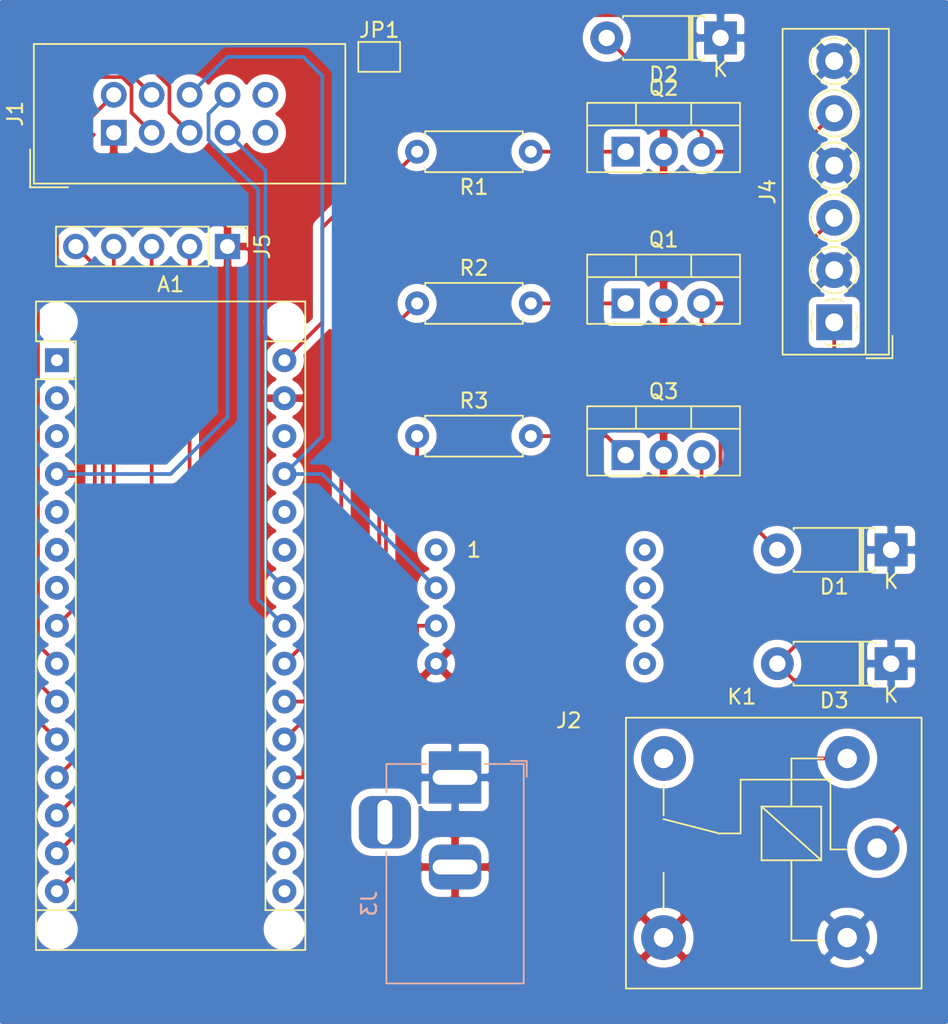
<source format=kicad_pcb>
(kicad_pcb (version 20171130) (host pcbnew "(5.1.2)-2")
  (layers (0 F.Cu signal) (31 B.Cu signal) (34 B.Paste user) (35 F.Paste user) (36 B.SilkS user) (37 F.SilkS user) (38 B.Mask user) (39 F.Mask user) (44 Edge.Cuts user))
  (net 0 "")
  (net 1 "Net-(A1-Pad16)")
  (net 2 "Net-(A1-Pad15)")
  (net 3 "Net-(A1-Pad30)")
  (net 4 "Net-(A1-Pad14)")
  (net 5 GND)
  (net 6 "Net-(A1-Pad13)")
  (net 7 "Net-(A1-Pad28)")
  (net 8 "Net-(A1-Pad12)")
  (net 9 "Net-(A1-Pad27)")
  (net 10 "Net-(A1-Pad11)")
  (net 11 "Net-(A1-Pad26)")
  (net 12 "Net-(A1-Pad10)")
  (net 13 "Net-(A1-Pad25)")
  (net 14 "Net-(A1-Pad9)")
  (net 15 /SCL)
  (net 16 "Net-(A1-Pad8)")
  (net 17 "Net-(A1-Pad23)")
  (net 18 "Net-(A1-Pad7)")
  (net 19 "Net-(A1-Pad22)")
  (net 20 "Net-(A1-Pad6)")
  (net 21 "Net-(A1-Pad21)")
  (net 22 "Net-(A1-Pad5)")
  (net 23 "Net-(A1-Pad20)")
  (net 24 "Net-(A1-Pad19)")
  (net 25 "Net-(A1-Pad3)")
  (net 26 "Net-(A1-Pad18)")
  (net 27 "Net-(A1-Pad2)")
  (net 28 "Net-(A1-Pad17)")
  (net 29 "Net-(A1-Pad1)")
  (net 30 "Net-(D1-Pad2)")
  (net 31 +12V)
  (net 32 "Net-(D2-Pad2)")
  (net 33 "Net-(D3-Pad2)")
  (net 34 "Net-(J1-Pad10)")
  (net 35 "Net-(J1-Pad9)")
  (net 36 "Net-(J2-Pad8)")
  (net 37 "Net-(J2-Pad7)")
  (net 38 "Net-(J2-Pad6)")
  (net 39 "Net-(J2-Pad5)")
  (net 40 "Net-(J2-Pad1)")
  (net 41 "Net-(Q1-Pad1)")
  (net 42 "Net-(Q2-Pad1)")
  (net 43 "Net-(Q3-Pad1)")
  (net 44 "Net-(K1-Pad5)")
  (net 45 "Net-(K1-Pad4)")
  (module pneumatic:pressure_sensor (layer F.Cu) (at 144.78 78.74)
    (fp_text reference J2 (at -2.54 6.35) (layer F.SilkS))
    (fp_text value Pressure_Sensor)
    (fp_text user 1 (at -8.89 -5.08) (layer F.SilkS))
    (pad 8 thru_hole circle (at 2.54 2.54) (size 1.524 1.524) (drill 0.762) (layers *.Cu *.Mask) (net 36 "Net-(J2-Pad8)"))
    (pad 4 thru_hole circle (at -11.43 2.54) (size 1.524 1.524) (drill 0.762) (layers *.Cu *.Mask) (net 5 GND))
    (pad 7 thru_hole circle (at 2.54 0) (size 1.524 1.524) (drill 0.762) (layers *.Cu *.Mask) (net 37 "Net-(J2-Pad7)"))
    (pad 3 thru_hole circle (at -11.43 0) (size 1.524 1.524) (drill 0.762) (layers *.Cu *.Mask) (net 24 "Net-(A1-Pad19)"))
    (pad 6 thru_hole circle (at 2.54 -2.54) (size 1.524 1.524) (drill 0.762) (layers *.Cu *.Mask) (net 38 "Net-(J2-Pad6)"))
    (pad 2 thru_hole circle (at -11.43 -2.54) (size 1.524 1.524) (drill 0.762) (layers *.Cu *.Mask) (net 9 "Net-(A1-Pad27)"))
    (pad 5 thru_hole circle (at 2.54 -5.08) (size 1.524 1.524) (drill 0.762) (layers *.Cu *.Mask) (net 39 "Net-(J2-Pad5)"))
    (pad 1 thru_hole circle (at -11.43 -5.08) (size 1.524 1.524) (drill 0.762) (layers *.Cu *.Mask) (net 40 "Net-(J2-Pad1)"))
  )
  (module Module:Arduino_Nano_WithMountingHoles (layer F.Cu) (at 107.95 60.96)
    (fp_text reference A1 (at 7.62 -5.08) (layer F.SilkS))
    (fp_text value Arduino_Nano)
    (fp_line (start 16.64 -3.94) (end -1.4 -3.94) (layer F.SilkS) (width 0.12))
    (fp_line (start 16.64 39.5) (end 16.64 -3.94) (layer F.SilkS) (width 0.12))
    (fp_line (start -1.4 39.5) (end 16.64 39.5) (layer F.SilkS) (width 0.12))
    (fp_line (start 1.27 36.83) (end -1.4 36.83) (layer F.SilkS) (width 0.12))
    (fp_line (start 1.27 1.27) (end 1.27 36.83) (layer F.SilkS) (width 0.12))
    (fp_line (start 1.27 1.27) (end -1.4 1.27) (layer F.SilkS) (width 0.12))
    (fp_line (start 13.97 36.83) (end 16.64 36.83) (layer F.SilkS) (width 0.12))
    (fp_line (start 13.97 -1.27) (end 13.97 36.83) (layer F.SilkS) (width 0.12))
    (fp_line (start 13.97 -1.27) (end 16.64 -1.27) (layer F.SilkS) (width 0.12))
    (fp_line (start -1.4 -3.94) (end -1.4 -1.27) (layer F.SilkS) (width 0.12))
    (fp_line (start -1.4 1.27) (end -1.4 39.5) (layer F.SilkS) (width 0.12))
    (fp_line (start 1.27 -1.27) (end -1.4 -1.27) (layer F.SilkS) (width 0.12))
    (fp_line (start 1.27 1.27) (end 1.27 -1.27) (layer F.SilkS) (width 0.12))
    (pad "" np_thru_hole circle (at 0 38.1) (size 1.78 1.78) (drill 1.78) (layers *.Cu *.Mask))
    (pad "" np_thru_hole circle (at 15.24 38.1) (size 1.78 1.78) (drill 1.78) (layers *.Cu *.Mask))
    (pad "" np_thru_hole circle (at 15.24 -2.54) (size 1.78 1.78) (drill 1.78) (layers *.Cu *.Mask))
    (pad "" np_thru_hole circle (at 0 -2.54) (size 1.78 1.78) (drill 1.78) (layers *.Cu *.Mask))
    (pad 16 thru_hole oval (at 15.24 35.56) (size 1.6 1.6) (drill 0.8) (layers *.Cu *.Mask) (net 1 "Net-(A1-Pad16)"))
    (pad 15 thru_hole oval (at 0 35.56) (size 1.6 1.6) (drill 0.8) (layers *.Cu *.Mask) (net 2 "Net-(A1-Pad15)"))
    (pad 30 thru_hole oval (at 15.24 0) (size 1.6 1.6) (drill 0.8) (layers *.Cu *.Mask) (net 3 "Net-(A1-Pad30)"))
    (pad 14 thru_hole oval (at 0 33.02) (size 1.6 1.6) (drill 0.8) (layers *.Cu *.Mask) (net 4 "Net-(A1-Pad14)"))
    (pad 29 thru_hole oval (at 15.24 2.54) (size 1.6 1.6) (drill 0.8) (layers *.Cu *.Mask) (net 5 GND))
    (pad 13 thru_hole oval (at 0 30.48) (size 1.6 1.6) (drill 0.8) (layers *.Cu *.Mask) (net 6 "Net-(A1-Pad13)"))
    (pad 28 thru_hole oval (at 15.24 5.08) (size 1.6 1.6) (drill 0.8) (layers *.Cu *.Mask) (net 7 "Net-(A1-Pad28)"))
    (pad 12 thru_hole oval (at 0 27.94) (size 1.6 1.6) (drill 0.8) (layers *.Cu *.Mask) (net 8 "Net-(A1-Pad12)"))
    (pad 27 thru_hole oval (at 15.24 7.62) (size 1.6 1.6) (drill 0.8) (layers *.Cu *.Mask) (net 9 "Net-(A1-Pad27)"))
    (pad 11 thru_hole oval (at 0 25.4) (size 1.6 1.6) (drill 0.8) (layers *.Cu *.Mask) (net 10 "Net-(A1-Pad11)"))
    (pad 26 thru_hole oval (at 15.24 10.16) (size 1.6 1.6) (drill 0.8) (layers *.Cu *.Mask) (net 11 "Net-(A1-Pad26)"))
    (pad 10 thru_hole oval (at 0 22.86) (size 1.6 1.6) (drill 0.8) (layers *.Cu *.Mask) (net 12 "Net-(A1-Pad10)"))
    (pad 25 thru_hole oval (at 15.24 12.7) (size 1.6 1.6) (drill 0.8) (layers *.Cu *.Mask) (net 13 "Net-(A1-Pad25)"))
    (pad 9 thru_hole oval (at 0 20.32) (size 1.6 1.6) (drill 0.8) (layers *.Cu *.Mask) (net 14 "Net-(A1-Pad9)"))
    (pad 24 thru_hole oval (at 15.24 15.24) (size 1.6 1.6) (drill 0.8) (layers *.Cu *.Mask) (net 15 /SCL))
    (pad 8 thru_hole oval (at 0 17.78) (size 1.6 1.6) (drill 0.8) (layers *.Cu *.Mask) (net 16 "Net-(A1-Pad8)"))
    (pad 23 thru_hole oval (at 15.24 17.78) (size 1.6 1.6) (drill 0.8) (layers *.Cu *.Mask) (net 17 "Net-(A1-Pad23)"))
    (pad 7 thru_hole oval (at 0 15.24) (size 1.6 1.6) (drill 0.8) (layers *.Cu *.Mask) (net 18 "Net-(A1-Pad7)"))
    (pad 22 thru_hole oval (at 15.24 20.32) (size 1.6 1.6) (drill 0.8) (layers *.Cu *.Mask) (net 19 "Net-(A1-Pad22)"))
    (pad 6 thru_hole oval (at 0 12.7) (size 1.6 1.6) (drill 0.8) (layers *.Cu *.Mask) (net 20 "Net-(A1-Pad6)"))
    (pad 21 thru_hole oval (at 15.24 22.86) (size 1.6 1.6) (drill 0.8) (layers *.Cu *.Mask) (net 21 "Net-(A1-Pad21)"))
    (pad 5 thru_hole oval (at 0 10.16) (size 1.6 1.6) (drill 0.8) (layers *.Cu *.Mask) (net 22 "Net-(A1-Pad5)"))
    (pad 20 thru_hole oval (at 15.24 25.4) (size 1.6 1.6) (drill 0.8) (layers *.Cu *.Mask) (net 23 "Net-(A1-Pad20)"))
    (pad 4 thru_hole oval (at 0 7.62) (size 1.6 1.6) (drill 0.8) (layers *.Cu *.Mask) (net 5 GND))
    (pad 19 thru_hole oval (at 15.24 27.94) (size 1.6 1.6) (drill 0.8) (layers *.Cu *.Mask) (net 24 "Net-(A1-Pad19)"))
    (pad 3 thru_hole oval (at 0 5.08) (size 1.6 1.6) (drill 0.8) (layers *.Cu *.Mask) (net 25 "Net-(A1-Pad3)"))
    (pad 18 thru_hole oval (at 15.24 30.48) (size 1.6 1.6) (drill 0.8) (layers *.Cu *.Mask) (net 26 "Net-(A1-Pad18)"))
    (pad 2 thru_hole oval (at 0 2.54) (size 1.6 1.6) (drill 0.8) (layers *.Cu *.Mask) (net 27 "Net-(A1-Pad2)"))
    (pad 17 thru_hole oval (at 15.24 33.02) (size 1.6 1.6) (drill 0.8) (layers *.Cu *.Mask) (net 28 "Net-(A1-Pad17)"))
    (pad 1 thru_hole rect (at 0 0) (size 1.6 1.6) (drill 0.8) (layers *.Cu *.Mask) (net 29 "Net-(A1-Pad1)"))
  )
  (module Connector_PinHeader_2.54mm:PinHeader_1x05_P2.54mm_Vertical (layer F.Cu) (at 119.38 53.34 270)
    (fp_text reference J5 (at 0 -2.33 90) (layer F.SilkS))
    (fp_text value Conn_printer)
    (fp_line (start -1.33 -1.33) (end 0 -1.33) (layer F.SilkS) (width 0.12))
    (fp_line (start -1.33 0) (end -1.33 -1.33) (layer F.SilkS) (width 0.12))
    (fp_line (start -1.33 1.27) (end 1.33 1.27) (layer F.SilkS) (width 0.12))
    (fp_line (start 1.33 1.27) (end 1.33 11.49) (layer F.SilkS) (width 0.12))
    (fp_line (start -1.33 1.27) (end -1.33 11.49) (layer F.SilkS) (width 0.12))
    (fp_line (start -1.33 11.49) (end 1.33 11.49) (layer F.SilkS) (width 0.12))
    (pad 5 thru_hole oval (at 0 10.16 270) (size 1.7 1.7) (drill 1) (layers *.Cu *.Mask) (net 8 "Net-(A1-Pad12)"))
    (pad 4 thru_hole oval (at 0 7.62 270) (size 1.7 1.7) (drill 1) (layers *.Cu *.Mask) (net 6 "Net-(A1-Pad13)"))
    (pad 3 thru_hole oval (at 0 5.08 270) (size 1.7 1.7) (drill 1) (layers *.Cu *.Mask) (net 4 "Net-(A1-Pad14)"))
    (pad 2 thru_hole oval (at 0 2.54 270) (size 1.7 1.7) (drill 1) (layers *.Cu *.Mask) (net 2 "Net-(A1-Pad15)"))
    (pad 1 thru_hole rect (at 0 0 270) (size 1.7 1.7) (drill 1) (layers *.Cu *.Mask) (net 5 GND))
  )
  (module TerminalBlock_4Ucon:TerminalBlock_4Ucon_1x06_P3.50mm_Horizontal (layer F.Cu) (at 160.02 58.42 90)
    (fp_text reference J4 (at 8.75 -4.46 90) (layer F.SilkS))
    (fp_text value Screw_Terminal_01x06)
    (fp_line (start -2.4 3.9) (end -0.9 3.9) (layer F.SilkS) (width 0.12))
    (fp_line (start -2.4 2.16) (end -2.4 3.9) (layer F.SilkS) (width 0.12))
    (fp_line (start 19.66 -3.46) (end 19.66 3.66) (layer F.SilkS) (width 0.12))
    (fp_line (start -2.16 -3.46) (end -2.16 3.66) (layer F.SilkS) (width 0.12))
    (fp_line (start -2.16 3.66) (end 19.66 3.66) (layer F.SilkS) (width 0.12))
    (fp_line (start -2.16 -3.46) (end 19.66 -3.46) (layer F.SilkS) (width 0.12))
    (fp_line (start -2.16 2.1) (end 19.66 2.1) (layer F.SilkS) (width 0.12))
    (fp_circle (center 17.5 0) (end 19.055 0) (layer F.SilkS) (width 0.12))
    (fp_circle (center 14 0) (end 15.555 0) (layer F.SilkS) (width 0.12))
    (fp_circle (center 10.5 0) (end 12.055 0) (layer F.SilkS) (width 0.12))
    (fp_circle (center 7 0) (end 8.555 0) (layer F.SilkS) (width 0.12))
    (fp_circle (center 3.5 0) (end 5.055 0) (layer F.SilkS) (width 0.12))
    (fp_arc (start 0 0) (end -0.608 1.432) (angle -24) (layer F.SilkS) (width 0.12))
    (fp_arc (start 0 0) (end -1.432 -0.608) (angle -46) (layer F.SilkS) (width 0.12))
    (fp_arc (start 0 0) (end 0.608 -1.432) (angle -46) (layer F.SilkS) (width 0.12))
    (fp_arc (start 0 0) (end 1.432 0.608) (angle -46) (layer F.SilkS) (width 0.12))
    (fp_arc (start 0 0) (end 0 1.555) (angle -23) (layer F.SilkS) (width 0.12))
    (pad 6 thru_hole circle (at 17.5 0 90) (size 2.4 2.4) (drill 1.2) (layers *.Cu *.Mask) (net 31 +12V))
    (pad 5 thru_hole circle (at 14 0 90) (size 2.4 2.4) (drill 1.2) (layers *.Cu *.Mask) (net 32 "Net-(D2-Pad2)"))
    (pad 4 thru_hole circle (at 10.5 0 90) (size 2.4 2.4) (drill 1.2) (layers *.Cu *.Mask) (net 31 +12V))
    (pad 3 thru_hole circle (at 7 0 90) (size 2.4 2.4) (drill 1.2) (layers *.Cu *.Mask) (net 30 "Net-(D1-Pad2)"))
    (pad 2 thru_hole circle (at 3.5 0 90) (size 2.4 2.4) (drill 1.2) (layers *.Cu *.Mask) (net 31 +12V))
    (pad 1 thru_hole rect (at 0 0 90) (size 2.4 2.4) (drill 1.2) (layers *.Cu *.Mask) (net 33 "Net-(D3-Pad2)"))
  )
  (module pneumatic:Relay_SUN_HOLD_RAS_series (layer F.Cu) (at 148.59 87.63)
    (fp_text reference K1 (at 5.24 -4.13 180) (layer F.SilkS))
    (fp_text value Relay)
    (fp_line (start 3.57 4.98) (end 0 4.064) (layer F.SilkS) (width 0.12))
    (fp_line (start 0 10.16) (end 0 7.66) (layer F.SilkS) (width 0.12))
    (fp_line (start 6.56 3.22) (end 10.56 3.22) (layer F.SilkS) (width 0.12))
    (fp_line (start 6.56 6.82) (end 6.56 3.22) (layer F.SilkS) (width 0.12))
    (fp_line (start 10.56 6.82) (end 6.56 6.82) (layer F.SilkS) (width 0.12))
    (fp_line (start 10.56 3.22) (end 10.56 6.82) (layer F.SilkS) (width 0.12))
    (fp_line (start 6.56 3.22) (end 10.56 6.82) (layer F.SilkS) (width 0.12))
    (fp_line (start 8.56 3.22) (end 8.56 0) (layer F.SilkS) (width 0.12))
    (fp_line (start 8.56 12.192) (end 8.56 6.82) (layer F.SilkS) (width 0.12))
    (fp_line (start 11.176 6.096) (end 11.176 1.42) (layer F.SilkS) (width 0.12))
    (fp_line (start 5.16 5.02) (end 5.16 1.42) (layer F.SilkS) (width 0.12))
    (fp_line (start 5.16 1.42) (end 11.176 1.42) (layer F.SilkS) (width 0.12))
    (fp_line (start 5.16 5.02) (end 3.66 5.02) (layer F.SilkS) (width 0.12))
    (fp_line (start 8.56 12.192) (end 10.668 12.192) (layer F.SilkS) (width 0.12))
    (fp_line (start 11.176 6.096) (end 12.23 6.096) (layer F.SilkS) (width 0.12))
    (fp_line (start 10.668 0) (end 8.56 0) (layer F.SilkS) (width 0.12))
    (fp_line (start 0 3.81) (end 0 1.778) (layer F.SilkS) (width 0.12))
    (fp_line (start -2.52 -2.73) (end 17.28 -2.73) (layer F.SilkS) (width 0.12))
    (fp_line (start -2.52 15.41) (end -2.52 -2.73) (layer F.SilkS) (width 0.12))
    (fp_line (start 17.28 15.41) (end -2.52 15.41) (layer F.SilkS) (width 0.12))
    (fp_line (start 17.28 15.41) (end 17.28 3.87) (layer F.SilkS) (width 0.12))
    (fp_line (start 17.28 3.87) (end 17.28 -2.73) (layer F.SilkS) (width 0.12))
    (pad 2 thru_hole circle (at 12.3 12 270) (size 3 3) (drill 1.3) (layers *.Cu *.Mask) (net 31 +12V))
    (pad 5 thru_hole circle (at 12.3 0 270) (size 3 3) (drill 1.3) (layers *.Cu *.Mask) (net 44 "Net-(K1-Pad5)"))
    (pad 3 thru_hole circle (at 0 12 270) (size 3 3) (drill 1.3) (layers *.Cu *.Mask) (net 5 GND))
    (pad 1 thru_hole circle (at 14.3 6 270) (size 3 3) (drill 1.3) (layers *.Cu *.Mask) (net 33 "Net-(D3-Pad2)"))
    (pad 4 thru_hole circle (at 0 0 270) (size 3 3) (drill 1.3) (layers *.Cu *.Mask) (net 45 "Net-(K1-Pad4)"))
  )
  (module Package_TO_SOT_THT:TO-220-3_Vertical (layer F.Cu) (at 146.05 67.31)
    (fp_text reference Q3 (at 2.54 -4.27) (layer F.SilkS))
    (fp_text value TIP120)
    (fp_line (start 4.391 -3.27) (end 4.391 -1.76) (layer F.SilkS) (width 0.12))
    (fp_line (start 0.69 -3.27) (end 0.69 -1.76) (layer F.SilkS) (width 0.12))
    (fp_line (start -2.58 -1.76) (end 7.66 -1.76) (layer F.SilkS) (width 0.12))
    (fp_line (start 7.66 -3.27) (end 7.66 1.371) (layer F.SilkS) (width 0.12))
    (fp_line (start -2.58 -3.27) (end -2.58 1.371) (layer F.SilkS) (width 0.12))
    (fp_line (start -2.58 1.371) (end 7.66 1.371) (layer F.SilkS) (width 0.12))
    (fp_line (start -2.58 -3.27) (end 7.66 -3.27) (layer F.SilkS) (width 0.12))
    (pad 3 thru_hole oval (at 5.08 0) (size 1.905 2) (drill 1.1) (layers *.Cu *.Mask) (net 44 "Net-(K1-Pad5)"))
    (pad 2 thru_hole oval (at 2.54 0) (size 1.905 2) (drill 1.1) (layers *.Cu *.Mask) (net 5 GND))
    (pad 1 thru_hole rect (at 0 0) (size 1.905 2) (drill 1.1) (layers *.Cu *.Mask) (net 43 "Net-(Q3-Pad1)"))
  )
  (module Package_TO_SOT_THT:TO-220-3_Vertical (layer F.Cu) (at 146.05 46.99)
    (fp_text reference Q2 (at 2.54 -4.27) (layer F.SilkS))
    (fp_text value TIP120)
    (fp_line (start 4.391 -3.27) (end 4.391 -1.76) (layer F.SilkS) (width 0.12))
    (fp_line (start 0.69 -3.27) (end 0.69 -1.76) (layer F.SilkS) (width 0.12))
    (fp_line (start -2.58 -1.76) (end 7.66 -1.76) (layer F.SilkS) (width 0.12))
    (fp_line (start 7.66 -3.27) (end 7.66 1.371) (layer F.SilkS) (width 0.12))
    (fp_line (start -2.58 -3.27) (end -2.58 1.371) (layer F.SilkS) (width 0.12))
    (fp_line (start -2.58 1.371) (end 7.66 1.371) (layer F.SilkS) (width 0.12))
    (fp_line (start -2.58 -3.27) (end 7.66 -3.27) (layer F.SilkS) (width 0.12))
    (pad 3 thru_hole oval (at 5.08 0) (size 1.905 2) (drill 1.1) (layers *.Cu *.Mask) (net 32 "Net-(D2-Pad2)"))
    (pad 2 thru_hole oval (at 2.54 0) (size 1.905 2) (drill 1.1) (layers *.Cu *.Mask) (net 5 GND))
    (pad 1 thru_hole rect (at 0 0) (size 1.905 2) (drill 1.1) (layers *.Cu *.Mask) (net 42 "Net-(Q2-Pad1)"))
  )
  (module Package_TO_SOT_THT:TO-220-3_Vertical (layer F.Cu) (at 146.05 57.15)
    (fp_text reference Q1 (at 2.54 -4.27) (layer F.SilkS))
    (fp_text value TIP120)
    (fp_line (start 4.391 -3.27) (end 4.391 -1.76) (layer F.SilkS) (width 0.12))
    (fp_line (start 0.69 -3.27) (end 0.69 -1.76) (layer F.SilkS) (width 0.12))
    (fp_line (start -2.58 -1.76) (end 7.66 -1.76) (layer F.SilkS) (width 0.12))
    (fp_line (start 7.66 -3.27) (end 7.66 1.371) (layer F.SilkS) (width 0.12))
    (fp_line (start -2.58 -3.27) (end -2.58 1.371) (layer F.SilkS) (width 0.12))
    (fp_line (start -2.58 1.371) (end 7.66 1.371) (layer F.SilkS) (width 0.12))
    (fp_line (start -2.58 -3.27) (end 7.66 -3.27) (layer F.SilkS) (width 0.12))
    (pad 3 thru_hole oval (at 5.08 0) (size 1.905 2) (drill 1.1) (layers *.Cu *.Mask) (net 30 "Net-(D1-Pad2)"))
    (pad 2 thru_hole oval (at 2.54 0) (size 1.905 2) (drill 1.1) (layers *.Cu *.Mask) (net 5 GND))
    (pad 1 thru_hole rect (at 0 0) (size 1.905 2) (drill 1.1) (layers *.Cu *.Mask) (net 41 "Net-(Q1-Pad1)"))
  )
  (module Resistor_THT:R_Axial_DIN0207_L6.3mm_D2.5mm_P7.62mm_Horizontal (layer F.Cu) (at 132.08 66.04)
    (fp_text reference R3 (at 3.81 -2.37) (layer F.SilkS))
    (fp_text value 2.2k)
    (fp_line (start 7.08 1.37) (end 7.08 1.04) (layer F.SilkS) (width 0.12))
    (fp_line (start 0.54 1.37) (end 7.08 1.37) (layer F.SilkS) (width 0.12))
    (fp_line (start 0.54 1.04) (end 0.54 1.37) (layer F.SilkS) (width 0.12))
    (fp_line (start 7.08 -1.37) (end 7.08 -1.04) (layer F.SilkS) (width 0.12))
    (fp_line (start 0.54 -1.37) (end 7.08 -1.37) (layer F.SilkS) (width 0.12))
    (fp_line (start 0.54 -1.04) (end 0.54 -1.37) (layer F.SilkS) (width 0.12))
    (pad 2 thru_hole oval (at 7.62 0) (size 1.6 1.6) (drill 0.8) (layers *.Cu *.Mask) (net 43 "Net-(Q3-Pad1)"))
    (pad 1 thru_hole circle (at 0 0) (size 1.6 1.6) (drill 0.8) (layers *.Cu *.Mask) (net 23 "Net-(A1-Pad20)"))
  )
  (module Resistor_THT:R_Axial_DIN0207_L6.3mm_D2.5mm_P7.62mm_Horizontal (layer F.Cu) (at 132.08 57.15)
    (fp_text reference R2 (at 3.81 -2.37) (layer F.SilkS))
    (fp_text value 2.2k)
    (fp_line (start 7.08 1.37) (end 7.08 1.04) (layer F.SilkS) (width 0.12))
    (fp_line (start 0.54 1.37) (end 7.08 1.37) (layer F.SilkS) (width 0.12))
    (fp_line (start 0.54 1.04) (end 0.54 1.37) (layer F.SilkS) (width 0.12))
    (fp_line (start 7.08 -1.37) (end 7.08 -1.04) (layer F.SilkS) (width 0.12))
    (fp_line (start 0.54 -1.37) (end 7.08 -1.37) (layer F.SilkS) (width 0.12))
    (fp_line (start 0.54 -1.04) (end 0.54 -1.37) (layer F.SilkS) (width 0.12))
    (pad 2 thru_hole oval (at 7.62 0) (size 1.6 1.6) (drill 0.8) (layers *.Cu *.Mask) (net 41 "Net-(Q1-Pad1)"))
    (pad 1 thru_hole circle (at 0 0) (size 1.6 1.6) (drill 0.8) (layers *.Cu *.Mask) (net 21 "Net-(A1-Pad21)"))
  )
  (module Resistor_THT:R_Axial_DIN0207_L6.3mm_D2.5mm_P7.62mm_Horizontal (layer F.Cu) (at 139.7 46.99 180)
    (fp_text reference R1 (at 3.81 -2.37) (layer F.SilkS))
    (fp_text value 2.2k)
    (fp_line (start 7.08 1.37) (end 7.08 1.04) (layer F.SilkS) (width 0.12))
    (fp_line (start 0.54 1.37) (end 7.08 1.37) (layer F.SilkS) (width 0.12))
    (fp_line (start 0.54 1.04) (end 0.54 1.37) (layer F.SilkS) (width 0.12))
    (fp_line (start 7.08 -1.37) (end 7.08 -1.04) (layer F.SilkS) (width 0.12))
    (fp_line (start 0.54 -1.37) (end 7.08 -1.37) (layer F.SilkS) (width 0.12))
    (fp_line (start 0.54 -1.04) (end 0.54 -1.37) (layer F.SilkS) (width 0.12))
    (pad 2 thru_hole oval (at 7.62 0 180) (size 1.6 1.6) (drill 0.8) (layers *.Cu *.Mask) (net 19 "Net-(A1-Pad22)"))
    (pad 1 thru_hole circle (at 0 0 180) (size 1.6 1.6) (drill 0.8) (layers *.Cu *.Mask) (net 42 "Net-(Q2-Pad1)"))
  )
  (module Jumper:SolderJumper-2_P1.3mm_Bridged2Bar_Pad1.0x1.5mm (layer F.Cu) (at 129.54 40.64)
    (fp_text reference JP1 (at 0 -1.8) (layer F.SilkS))
    (fp_text value Jumper)
    (fp_poly (pts (xy -0.25 -0.6) (xy 0.25 -0.6) (xy 0.25 -0.2) (xy -0.25 -0.2)) (layer F.Cu) (width 0))
    (fp_poly (pts (xy -0.25 0.2) (xy 0.25 0.2) (xy 0.25 0.6) (xy -0.25 0.6)) (layer F.Cu) (width 0))
    (fp_line (start -1.4 -1) (end 1.4 -1) (layer F.SilkS) (width 0.12))
    (fp_line (start 1.4 -1) (end 1.4 1) (layer F.SilkS) (width 0.12))
    (fp_line (start 1.4 1) (end -1.4 1) (layer F.SilkS) (width 0.12))
    (fp_line (start -1.4 1) (end -1.4 -1) (layer F.SilkS) (width 0.12))
    (pad 2 smd rect (at 0.65 0) (size 1 1.5) (layers F.Cu F.Mask) (net 31 +12V))
    (pad 1 smd rect (at -0.65 0) (size 1 1.5) (layers F.Cu F.Mask) (net 3 "Net-(A1-Pad30)"))
  )
  (module Connector_BarrelJack:BarrelJack_Horizontal (layer B.Cu) (at 134.62 88.9 90)
    (fp_text reference J3 (at -8.45 -5.75 270) (layer B.SilkS) (effects (justify mirror)))
    (fp_text value Jack-DC)
    (fp_line (start 0.9 4.6) (end 0.9 2) (layer B.SilkS) (width 0.12))
    (fp_line (start -13.8 4.6) (end 0.9 4.6) (layer B.SilkS) (width 0.12))
    (fp_line (start 0.9 -4.6) (end -1 -4.6) (layer B.SilkS) (width 0.12))
    (fp_line (start 0.9 -1.9) (end 0.9 -4.6) (layer B.SilkS) (width 0.12))
    (fp_line (start -13.8 -4.6) (end -13.8 4.6) (layer B.SilkS) (width 0.12))
    (fp_line (start -5 -4.6) (end -13.8 -4.6) (layer B.SilkS) (width 0.12))
    (fp_line (start 0.05 4.8) (end 1.1 4.8) (layer B.SilkS) (width 0.12))
    (fp_line (start 1.1 3.75) (end 1.1 4.8) (layer B.SilkS) (width 0.12))
    (pad 3 thru_hole roundrect (at -3 -4.7 90) (size 3.5 3.5) (drill oval 3 1) (layers *.Cu *.Mask))
    (pad 2 thru_hole roundrect (at -6 0 90) (size 3 3.5) (drill oval 1 3) (layers *.Cu *.Mask) (net 5 GND))
    (pad 1 thru_hole rect (at 0 0 90) (size 3.5 3.5) (drill oval 1 3) (layers *.Cu *.Mask) (net 31 +12V))
  )
  (module Connector_IDC:IDC-Header_2x05_P2.54mm_Vertical (layer F.Cu) (at 111.76 45.72 90)
    (fp_text reference J1 (at 1.27 -6.604 90) (layer F.SilkS))
    (fp_text value Conn_lcd_buttons)
    (fp_line (start -3.655 -5.6) (end -1.115 -5.6) (layer F.SilkS) (width 0.12))
    (fp_line (start -3.655 -5.6) (end -3.655 -3.06) (layer F.SilkS) (width 0.12))
    (fp_line (start -3.405 -5.35) (end 5.945 -5.35) (layer F.SilkS) (width 0.12))
    (fp_line (start -3.405 15.51) (end -3.405 -5.35) (layer F.SilkS) (width 0.12))
    (fp_line (start 5.945 15.51) (end -3.405 15.51) (layer F.SilkS) (width 0.12))
    (fp_line (start 5.945 -5.35) (end 5.945 15.51) (layer F.SilkS) (width 0.12))
    (pad 10 thru_hole oval (at 2.54 10.16 90) (size 1.7272 1.7272) (drill 1.016) (layers *.Cu *.Mask) (net 34 "Net-(J1-Pad10)"))
    (pad 9 thru_hole oval (at 0 10.16 90) (size 1.7272 1.7272) (drill 1.016) (layers *.Cu *.Mask) (net 35 "Net-(J1-Pad9)"))
    (pad 8 thru_hole oval (at 2.54 7.62 90) (size 1.7272 1.7272) (drill 1.016) (layers *.Cu *.Mask) (net 17 "Net-(A1-Pad23)"))
    (pad 7 thru_hole oval (at 0 7.62 90) (size 1.7272 1.7272) (drill 1.016) (layers *.Cu *.Mask) (net 15 /SCL))
    (pad 6 thru_hole oval (at 2.54 5.08 90) (size 1.7272 1.7272) (drill 1.016) (layers *.Cu *.Mask) (net 9 "Net-(A1-Pad27)"))
    (pad 5 thru_hole oval (at 0 5.08 90) (size 1.7272 1.7272) (drill 1.016) (layers *.Cu *.Mask) (net 10 "Net-(A1-Pad11)"))
    (pad 4 thru_hole oval (at 2.54 2.54 90) (size 1.7272 1.7272) (drill 1.016) (layers *.Cu *.Mask) (net 12 "Net-(A1-Pad10)"))
    (pad 3 thru_hole oval (at 0 2.54 90) (size 1.7272 1.7272) (drill 1.016) (layers *.Cu *.Mask) (net 14 "Net-(A1-Pad9)"))
    (pad 2 thru_hole oval (at 2.54 0 90) (size 1.7272 1.7272) (drill 1.016) (layers *.Cu *.Mask) (net 16 "Net-(A1-Pad8)"))
    (pad 1 thru_hole rect (at 0 0 90) (size 1.7272 1.7272) (drill 1.016) (layers *.Cu *.Mask) (net 5 GND))
  )
  (module Diode_THT:D_DO-41_SOD81_P7.62mm_Horizontal (layer F.Cu) (at 163.83 81.28 180)
    (fp_text reference D3 (at 3.81 -2.47) (layer F.SilkS))
    (fp_text value 1N4007)
    (fp_text user K (at 0 -2.1) (layer F.SilkS))
    (fp_line (start 1.87 -1.47) (end 1.87 1.47) (layer F.SilkS) (width 0.12))
    (fp_line (start 2.11 -1.47) (end 2.11 1.47) (layer F.SilkS) (width 0.12))
    (fp_line (start 1.99 -1.47) (end 1.99 1.47) (layer F.SilkS) (width 0.12))
    (fp_line (start 6.53 1.47) (end 6.53 1.34) (layer F.SilkS) (width 0.12))
    (fp_line (start 1.09 1.47) (end 6.53 1.47) (layer F.SilkS) (width 0.12))
    (fp_line (start 1.09 1.34) (end 1.09 1.47) (layer F.SilkS) (width 0.12))
    (fp_line (start 6.53 -1.47) (end 6.53 -1.34) (layer F.SilkS) (width 0.12))
    (fp_line (start 1.09 -1.47) (end 6.53 -1.47) (layer F.SilkS) (width 0.12))
    (fp_line (start 1.09 -1.34) (end 1.09 -1.47) (layer F.SilkS) (width 0.12))
    (pad 2 thru_hole oval (at 7.62 0 180) (size 2.2 2.2) (drill 1.1) (layers *.Cu *.Mask) (net 33 "Net-(D3-Pad2)"))
    (pad 1 thru_hole rect (at 0 0 180) (size 2.2 2.2) (drill 1.1) (layers *.Cu *.Mask) (net 31 +12V))
  )
  (module Diode_THT:D_DO-41_SOD81_P7.62mm_Horizontal (layer F.Cu) (at 152.4 39.37 180)
    (fp_text reference D2 (at 3.81 -2.47) (layer F.SilkS))
    (fp_text value 1N4007)
    (fp_text user K (at 0 -2.1) (layer F.SilkS))
    (fp_line (start 1.87 -1.47) (end 1.87 1.47) (layer F.SilkS) (width 0.12))
    (fp_line (start 2.11 -1.47) (end 2.11 1.47) (layer F.SilkS) (width 0.12))
    (fp_line (start 1.99 -1.47) (end 1.99 1.47) (layer F.SilkS) (width 0.12))
    (fp_line (start 6.53 1.47) (end 6.53 1.34) (layer F.SilkS) (width 0.12))
    (fp_line (start 1.09 1.47) (end 6.53 1.47) (layer F.SilkS) (width 0.12))
    (fp_line (start 1.09 1.34) (end 1.09 1.47) (layer F.SilkS) (width 0.12))
    (fp_line (start 6.53 -1.47) (end 6.53 -1.34) (layer F.SilkS) (width 0.12))
    (fp_line (start 1.09 -1.47) (end 6.53 -1.47) (layer F.SilkS) (width 0.12))
    (fp_line (start 1.09 -1.34) (end 1.09 -1.47) (layer F.SilkS) (width 0.12))
    (pad 2 thru_hole oval (at 7.62 0 180) (size 2.2 2.2) (drill 1.1) (layers *.Cu *.Mask) (net 32 "Net-(D2-Pad2)"))
    (pad 1 thru_hole rect (at 0 0 180) (size 2.2 2.2) (drill 1.1) (layers *.Cu *.Mask) (net 31 +12V))
  )
  (module Diode_THT:D_DO-41_SOD81_P7.62mm_Horizontal (layer F.Cu) (at 163.83 73.66 180)
    (fp_text reference D1 (at 3.81 -2.47) (layer F.SilkS))
    (fp_text value 1N4007)
    (fp_text user K (at 0 -2.1) (layer F.SilkS))
    (fp_line (start 1.87 -1.47) (end 1.87 1.47) (layer F.SilkS) (width 0.12))
    (fp_line (start 2.11 -1.47) (end 2.11 1.47) (layer F.SilkS) (width 0.12))
    (fp_line (start 1.99 -1.47) (end 1.99 1.47) (layer F.SilkS) (width 0.12))
    (fp_line (start 6.53 1.47) (end 6.53 1.34) (layer F.SilkS) (width 0.12))
    (fp_line (start 1.09 1.47) (end 6.53 1.47) (layer F.SilkS) (width 0.12))
    (fp_line (start 1.09 1.34) (end 1.09 1.47) (layer F.SilkS) (width 0.12))
    (fp_line (start 6.53 -1.47) (end 6.53 -1.34) (layer F.SilkS) (width 0.12))
    (fp_line (start 1.09 -1.47) (end 6.53 -1.47) (layer F.SilkS) (width 0.12))
    (fp_line (start 1.09 -1.34) (end 1.09 -1.47) (layer F.SilkS) (width 0.12))
    (pad 2 thru_hole oval (at 7.62 0 180) (size 2.2 2.2) (drill 1.1) (layers *.Cu *.Mask) (net 30 "Net-(D1-Pad2)"))
    (pad 1 thru_hole rect (at 0 0 180) (size 2.2 2.2) (drill 1.1) (layers *.Cu *.Mask) (net 31 +12V))
  )
  (segment (start 116.84 53.34) (end 116.84 88.9) (width 0.25) (layer F.Cu) (net 2))
  (segment (start 115.57 88.9) (end 107.95 96.52) (width 0.25) (layer F.Cu) (net 2))
  (segment (start 116.84 88.9) (end 115.57 88.9) (width 0.25) (layer F.Cu) (net 2))
  (segment (start 125.73 58.42) (end 123.19 60.96) (width 0.25) (layer F.Cu) (net 3))
  (segment (start 125.73 52.07) (end 125.73 58.42) (width 0.25) (layer F.Cu) (net 3))
  (segment (start 128.89 40.64) (end 128.89 48.91) (width 0.25) (layer F.Cu) (net 3))
  (segment (start 128.89 48.91) (end 125.73 52.07) (width 0.25) (layer F.Cu) (net 3))
  (segment (start 114.3 87.63) (end 114.3 53.34) (width 0.25) (layer F.Cu) (net 4))
  (segment (start 107.95 93.98) (end 114.3 87.63) (width 0.25) (layer F.Cu) (net 4))
  (segment (start 107.95 68.58) (end 115.57 68.58) (width 0.25) (layer B.Cu) (net 5))
  (segment (start 119.38 64.77) (end 119.38 53.34) (width 0.25) (layer B.Cu) (net 5))
  (segment (start 115.57 68.58) (end 119.38 64.77) (width 0.25) (layer B.Cu) (net 5))
  (segment (start 111.76 87.63) (end 107.95 91.44) (width 0.25) (layer F.Cu) (net 6))
  (segment (start 111.76 53.34) (end 111.76 87.63) (width 0.25) (layer F.Cu) (net 6))
  (segment (start 110.069999 54.189999) (end 109.22 53.34) (width 0.25) (layer F.Cu) (net 8))
  (segment (start 111.021408 55.141408) (end 110.069999 54.189999) (width 0.25) (layer F.Cu) (net 8))
  (segment (start 111.021408 85.828592) (end 111.021408 55.141408) (width 0.25) (layer F.Cu) (net 8))
  (segment (start 107.95 88.9) (end 111.021408 85.828592) (width 0.25) (layer F.Cu) (net 8))
  (segment (start 125.73 66.04) (end 123.19 68.58) (width 0.25) (layer B.Cu) (net 9))
  (segment (start 125.73 41.91) (end 125.73 66.04) (width 0.25) (layer B.Cu) (net 9))
  (segment (start 124.46 40.64) (end 125.73 41.91) (width 0.25) (layer B.Cu) (net 9))
  (segment (start 116.84 43.18) (end 119.38 40.64) (width 0.25) (layer B.Cu) (net 9))
  (segment (start 119.38 40.64) (end 124.46 40.64) (width 0.25) (layer B.Cu) (net 9))
  (segment (start 125.73 68.58) (end 133.35 76.2) (width 0.25) (layer B.Cu) (net 9))
  (segment (start 123.19 68.58) (end 125.73 68.58) (width 0.25) (layer B.Cu) (net 9))
  (segment (start 105.77998 84.18998) (end 107.150001 85.560001) (width 0.25) (layer F.Cu) (net 10))
  (segment (start 105.77998 45.3472) (end 105.77998 84.18998) (width 0.25) (layer F.Cu) (net 10))
  (segment (start 110.035799 41.091381) (end 105.77998 45.3472) (width 0.25) (layer F.Cu) (net 10))
  (segment (start 113.970511 41.091381) (end 110.035799 41.091381) (width 0.25) (layer F.Cu) (net 10))
  (segment (start 115.488601 42.609471) (end 113.970511 41.091381) (width 0.25) (layer F.Cu) (net 10))
  (segment (start 115.488601 44.368601) (end 115.488601 42.609471) (width 0.25) (layer F.Cu) (net 10))
  (segment (start 107.150001 85.560001) (end 107.95 86.36) (width 0.25) (layer F.Cu) (net 10))
  (segment (start 116.84 45.72) (end 115.488601 44.368601) (width 0.25) (layer F.Cu) (net 10))
  (segment (start 107.150001 83.020001) (end 107.95 83.82) (width 0.25) (layer F.Cu) (net 12))
  (segment (start 106.22999 82.09999) (end 107.150001 83.020001) (width 0.25) (layer F.Cu) (net 12))
  (segment (start 106.22999 45.5336) (end 106.22999 82.09999) (width 0.25) (layer F.Cu) (net 12))
  (segment (start 110.2222 41.54139) (end 106.22999 45.5336) (width 0.25) (layer F.Cu) (net 12))
  (segment (start 112.66139 41.54139) (end 110.2222 41.54139) (width 0.25) (layer F.Cu) (net 12))
  (segment (start 114.3 43.18) (end 112.66139 41.54139) (width 0.25) (layer F.Cu) (net 12))
  (segment (start 106.68 80.01) (end 106.68 45.72) (width 0.25) (layer F.Cu) (net 14))
  (segment (start 107.95 81.28) (end 106.68 80.01) (width 0.25) (layer F.Cu) (net 14))
  (segment (start 113.436401 44.856401) (end 114.3 45.72) (width 0.25) (layer F.Cu) (net 14))
  (segment (start 112.948601 44.368601) (end 113.436401 44.856401) (width 0.25) (layer F.Cu) (net 14))
  (segment (start 112.948601 42.609471) (end 112.948601 44.368601) (width 0.25) (layer F.Cu) (net 14))
  (segment (start 112.330529 41.991399) (end 112.948601 42.609471) (width 0.25) (layer F.Cu) (net 14))
  (segment (start 110.408601 41.991399) (end 112.330529 41.991399) (width 0.25) (layer F.Cu) (net 14))
  (segment (start 106.68 45.72) (end 110.408601 41.991399) (width 0.25) (layer F.Cu) (net 14))
  (segment (start 123.19 76.2) (end 121.92 74.93) (width 0.25) (layer B.Cu) (net 15))
  (segment (start 121.92 48.26) (end 119.38 45.72) (width 0.25) (layer B.Cu) (net 15))
  (segment (start 121.92 74.93) (end 121.92 48.26) (width 0.25) (layer B.Cu) (net 15))
  (segment (start 111.76 43.18) (end 107.95 46.99) (width 0.25) (layer F.Cu) (net 16))
  (segment (start 107.95 46.99) (end 107.95 55.88) (width 0.25) (layer F.Cu) (net 16))
  (segment (start 110.49 76.2) (end 107.95 78.74) (width 0.25) (layer F.Cu) (net 16))
  (segment (start 107.95 55.88) (end 110.49 58.42) (width 0.25) (layer F.Cu) (net 16))
  (segment (start 110.49 58.42) (end 110.49 76.2) (width 0.25) (layer F.Cu) (net 16))
  (segment (start 119.38 43.18) (end 118.11 44.45) (width 0.25) (layer B.Cu) (net 17))
  (segment (start 118.11 46.20913) (end 121.43087 49.53) (width 0.25) (layer B.Cu) (net 17))
  (segment (start 118.11 44.45) (end 118.11 46.20913) (width 0.25) (layer B.Cu) (net 17))
  (segment (start 121.43087 49.53) (end 121.43087 76.98087) (width 0.25) (layer B.Cu) (net 17))
  (segment (start 121.43087 76.98087) (end 123.19 78.74) (width 0.25) (layer B.Cu) (net 17))
  (segment (start 131.280001 47.789999) (end 132.08 46.99) (width 0.25) (layer F.Cu) (net 19))
  (segment (start 127 52.07) (end 131.280001 47.789999) (width 0.25) (layer F.Cu) (net 19))
  (segment (start 127 77.47) (end 127 52.07) (width 0.25) (layer F.Cu) (net 19))
  (segment (start 123.19 81.28) (end 127 77.47) (width 0.25) (layer F.Cu) (net 19))
  (segment (start 123.19 83.82) (end 124.46 83.82) (width 0.25) (layer F.Cu) (net 21))
  (segment (start 124.46 83.82) (end 129.54 78.74) (width 0.25) (layer F.Cu) (net 21))
  (segment (start 129.54 59.69) (end 132.08 57.15) (width 0.25) (layer F.Cu) (net 21))
  (segment (start 129.54 78.74) (end 129.54 59.69) (width 0.25) (layer F.Cu) (net 21))
  (segment (start 129.99001 79.55999) (end 129.99001 69.39999) (width 0.25) (layer F.Cu) (net 23))
  (segment (start 123.19 86.36) (end 129.99001 79.55999) (width 0.25) (layer F.Cu) (net 23))
  (segment (start 132.08 67.31) (end 129.99001 69.39999) (width 0.25) (layer F.Cu) (net 23))
  (segment (start 132.08 66.04) (end 132.08 67.31) (width 0.25) (layer F.Cu) (net 23))
  (segment (start 123.19 88.9) (end 124.46 88.9) (width 0.25) (layer F.Cu) (net 24))
  (segment (start 124.46 87.63) (end 132.08 80.01) (width 0.25) (layer F.Cu) (net 24))
  (segment (start 124.46 88.9) (end 124.46 87.63) (width 0.25) (layer F.Cu) (net 24))
  (segment (start 132.08 80.01) (end 132.08 78.74) (width 0.25) (layer F.Cu) (net 24))
  (segment (start 132.08 78.74) (end 133.35 78.74) (width 0.25) (layer F.Cu) (net 24))
  (segment (start 155.110001 72.560001) (end 156.21 73.66) (width 0.25) (layer F.Cu) (net 30))
  (segment (start 152.40751 69.85751) (end 155.110001 72.560001) (width 0.25) (layer F.Cu) (net 30))
  (segment (start 152.40751 59.67751) (end 152.40751 69.85751) (width 0.25) (layer F.Cu) (net 30))
  (segment (start 151.13 58.4) (end 152.40751 59.67751) (width 0.25) (layer F.Cu) (net 30))
  (segment (start 151.13 57.15) (end 151.13 58.4) (width 0.25) (layer F.Cu) (net 30))
  (segment (start 154.29 57.15) (end 160.02 51.42) (width 0.25) (layer F.Cu) (net 30))
  (segment (start 151.13 57.15) (end 154.29 57.15) (width 0.25) (layer F.Cu) (net 30))
  (segment (start 130.19 40.64) (end 130.19 41.79) (width 0.4) (layer F.Cu) (net 31))
  (segment (start 131.09 40.64) (end 130.19 40.64) (width 0.4) (layer F.Cu) (net 31))
  (segment (start 133.960001 37.769999) (end 131.09 40.64) (width 0.4) (layer F.Cu) (net 31))
  (segment (start 149.299999 37.769999) (end 133.960001 37.769999) (width 0.4) (layer F.Cu) (net 31))
  (segment (start 150.9 39.37) (end 149.299999 37.769999) (width 0.4) (layer F.Cu) (net 31))
  (segment (start 152.4 39.37) (end 150.9 39.37) (width 0.4) (layer F.Cu) (net 31))
  (segment (start 157.45 46.99) (end 160.02 44.42) (width 0.25) (layer F.Cu) (net 32))
  (segment (start 151.13 46.99) (end 157.45 46.99) (width 0.25) (layer F.Cu) (net 32))
  (segment (start 151.13 45.72) (end 151.13 46.99) (width 0.25) (layer F.Cu) (net 32))
  (segment (start 144.78 39.37) (end 151.13 45.72) (width 0.25) (layer F.Cu) (net 32))
  (segment (start 160.02 77.47) (end 160.02 58.42) (width 0.25) (layer F.Cu) (net 33))
  (segment (start 156.21 81.28) (end 160.02 77.47) (width 0.25) (layer F.Cu) (net 33))
  (segment (start 157.309999 82.379999) (end 161.119999 82.379999) (width 0.25) (layer F.Cu) (net 33))
  (segment (start 156.21 81.28) (end 157.309999 82.379999) (width 0.25) (layer F.Cu) (net 33))
  (segment (start 161.119999 82.379999) (end 165.1 86.36) (width 0.25) (layer F.Cu) (net 33))
  (segment (start 165.1 91.42) (end 162.89 93.63) (width 0.25) (layer F.Cu) (net 33))
  (segment (start 165.1 86.36) (end 165.1 91.42) (width 0.25) (layer F.Cu) (net 33))
  (segment (start 139.7 57.15) (end 146.05 57.15) (width 0.25) (layer F.Cu) (net 41))
  (segment (start 139.7 46.99) (end 146.05 46.99) (width 0.25) (layer F.Cu) (net 42))
  (segment (start 144.78 66.04) (end 146.05 67.31) (width 0.25) (layer F.Cu) (net 43))
  (segment (start 144.78 66.04) (end 139.7 66.04) (width 0.25) (layer F.Cu) (net 43))
  (segment (start 158.76868 87.63) (end 160.89 87.63) (width 0.25) (layer F.Cu) (net 44))
  (segment (start 151.13 79.99132) (end 158.76868 87.63) (width 0.25) (layer F.Cu) (net 44))
  (segment (start 151.13 67.31) (end 151.13 79.99132) (width 0.25) (layer F.Cu) (net 44))
  (zone (net 5) (net_name GND) (layer F.Cu) (connect_pads (clearance 0.508)) (min_thickness 0.254) (fill yes (arc_segments 32) (thermal_gap 0.508) (thermal_bridge_width 0.508))
    (polygon (pts (xy 104.14 36.83) (xy 167.64 36.83) (xy 167.64 105.41) (xy 104.14 105.41)))
  )
  (zone (net 31) (net_name +12V) (layer B.Cu) (connect_pads (clearance 0.508)) (min_thickness 0.254) (fill yes (arc_segments 32) (thermal_gap 0.508) (thermal_bridge_width 0.508))
    (polygon (pts (xy 104.14 36.83) (xy 167.64 36.83) (xy 167.64 105.41) (xy 104.14 105.41)))
  )
)
</source>
